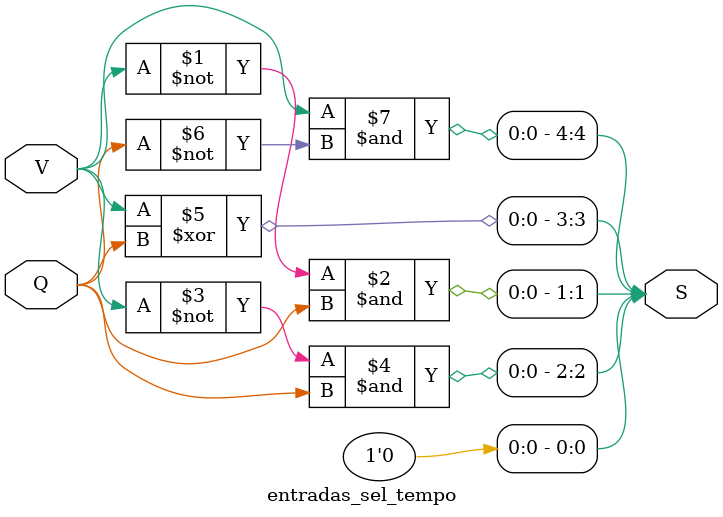
<source format=v>
module entradas_sel_tempo(

	input V,
	input Q,
	output [4:0]S

);

assign S[0] = 0;
assign S[1] = ~V & Q;
assign S[2] = ~V & Q;
assign S[3] = V ^ Q;
assign S[4] = V & ~Q;





endmodule

</source>
